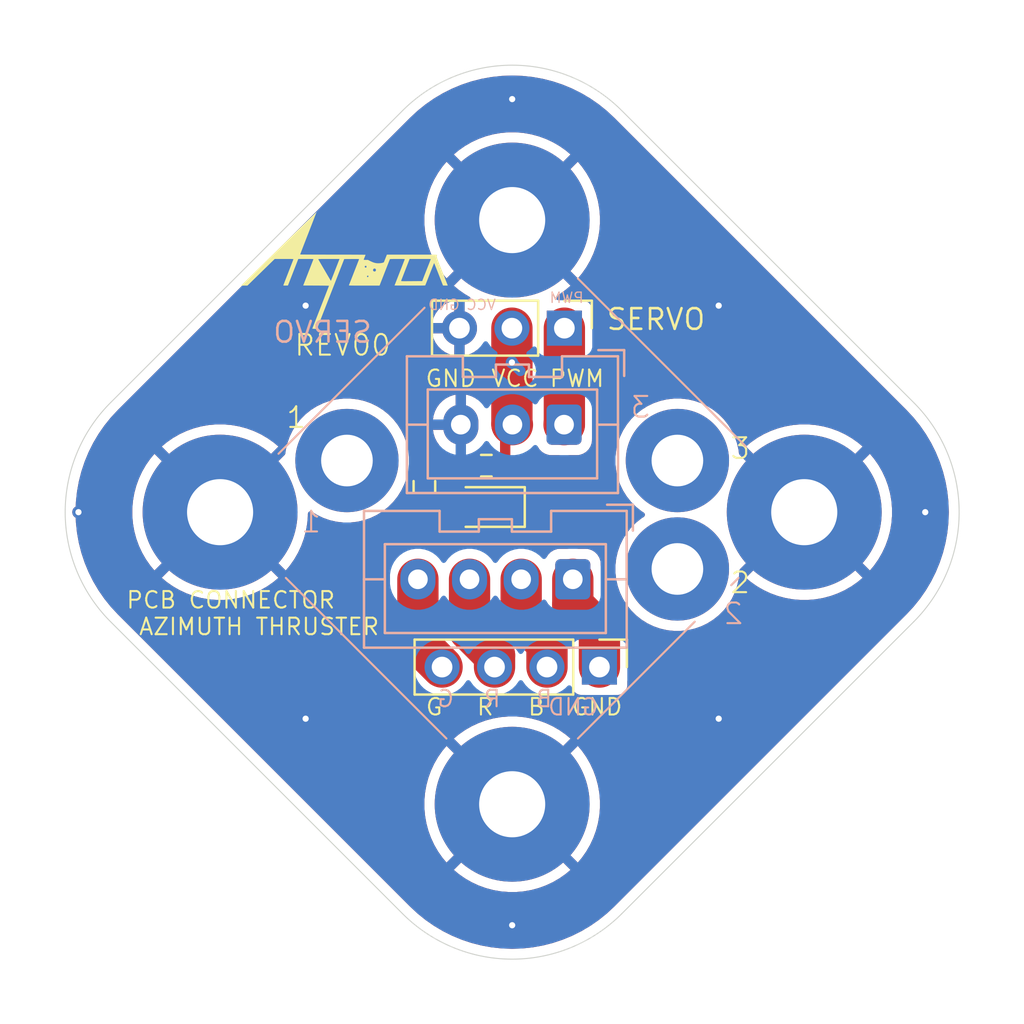
<source format=kicad_pcb>
(kicad_pcb (version 20241229) (generator "pcbnew") (generator_version "9.0")
  (layers (0 "F.Cu" signal) (2 "B.Cu" signal) (13 "F.Paste" user) (15 "B.Paste" user) (5 "F.SilkS" user "F.Silkscreen") (7 "B.SilkS" user "B.Silkscreen") (1 "F.Mask" user) (3 "B.Mask" user) (25 "Edge.Cuts" user))
  (net 0 "")
  (net 1 "Net-(SERVO1-Pin_1)")
  (net 2 "GND")
  (net 3 "Net-(SERVO_OK_OUTER1-A)")
  (net 7 "+7V")
  (net 8 "Net-(RGBLED1-Pin_1)")
  (net 9 "Net-(RGBLED1-Pin_4)")
  (net 10 "Net-(RGBLED1-Pin_2)")
  (net 11 "Net-(RGBLED1-Pin_3)")
  (footprint "specific_footprint_library:bldc_connector" (layer "F.Cu") (at 81.64465 65.006068)
    (property "Reference" "BLDC1" (hide yes))
    (property "Value" "~")
    (pad "1" thru_hole circle (at 0 0) (size 5 5) (drill 2.5) (layers "*.Cu" "*.Mask"))
  )
  (footprint "custom_M3_pad_library:MountingHole_3.2mm_M3_large_PAD_for_spacer" (layer "F.Cu") (at 89.64465 81.648188)
    (property "Reference" "H3" (hide yes))
    (property "Value" "MountingHole_Pad")
    (pad "1" thru_hole circle (at 0 0) (size 7.5 7.5) (drill 3.2) (layers "*.Cu" "F.Mask") (net 2 "GND"))
  )
  (footprint "LED_SMD:LED_0805_2012Metric_Pad1.15x1.40mm_HandSolder" (layer "F.Cu") (at 88.39465 67.256068 180)
    (property "Reference" "SERVO_OK_OUTER1" (hide yes))
    (property "Value" "GREEN")
    (fp_line (start 1 -0.96) (end -1.86 -0.96) (stroke (width 0.12)) (layer "F.SilkS"))
    (fp_line (start -1.86 0.96) (end 1 0.96) (stroke (width 0.12)) (layer "F.SilkS"))
    (fp_line (start -1.86 -0.96) (end -1.86 0.96) (stroke (width 0.12)) (layer "F.SilkS"))
    (pad "1" smd roundrect (at -1.025 0 180) (size 1.15 1.4) (layers "F.Cu" "F.Mask" "F.Paste") (roundrect_rratio 0.217391) (net 2 "GND"))
    (pad "2" smd roundrect (at 1.025 0 180) (size 1.15 1.4) (layers "F.Cu" "F.Mask" "F.Paste") (roundrect_rratio 0.217391) (net 3 "Net-(SERVO_OK_OUTER1-A)"))
  )
  (footprint "custom_M3_pad_library:MountingHole_3.2mm_M3_large_PAD_for_spacer" (layer "F.Cu") (at 75.50253 67.506068)
    (property "Reference" "H2" (hide yes))
    (property "Value" "MountingHole_Pad")
    (pad "1" thru_hole circle (at 0 0) (size 7.5 7.5) (drill 3.2) (layers "*.Cu" "F.Mask") (net 2 "GND"))
  )
  (footprint "specific_footprint_library:bldc_connector" (layer "F.Cu") (at 97.64465 70.256068)
    (property "Reference" "BLDC3" (hide yes))
    (property "Value" "~")
    (pad "1" thru_hole circle (at 0 0) (size 5 5) (drill 2.5) (layers "*.Cu" "*.Mask"))
  )
  (footprint "custom_M3_pad_library:MountingHole_3.2mm_M3_large_PAD_for_spacer" (layer "F.Cu") (at 103.78677 67.506068)
    (property "Reference" "H4" (hide yes))
    (property "Value" "MountingHole_Pad")
    (pad "1" thru_hole circle (at 0 0) (size 7.5 7.5) (drill 3.2) (layers "*.Cu" "F.Mask") (net 2 "GND"))
  )
  (footprint "Connector_PinHeader_2.54mm:PinHeader_1x03_P2.54mm_Vertical" (layer "F.Cu") (at 92.172085 58.597056 -90)
    (property "Reference" "SERVO2" (hide yes))
    (property "Value" "~")
    (fp_line (start -1.33 6.41) (end 1.33 6.41) (stroke (width 0.12)) (layer "F.SilkS"))
    (fp_line (start -1.33 1.27) (end -1.33 6.41) (stroke (width 0.12)) (layer "F.SilkS"))
    (fp_line (start -1.33 1.27) (end 1.33 1.27) (stroke (width 0.12)) (layer "F.SilkS"))
    (fp_line (start 1.33 1.27) (end 1.33 6.41) (stroke (width 0.12)) (layer "F.SilkS"))
    (fp_line (start -1.33 0) (end -1.33 -1.33) (stroke (width 0.12)) (layer "F.SilkS"))
    (fp_line (start -1.33 -1.33) (end 0 -1.33) (stroke (width 0.12)) (layer "F.SilkS"))
    (pad "1" thru_hole rect (at 0 0 270) (size 1.7 1.7) (drill 1) (layers "*.Cu" "*.Mask") (net 1 "Net-(SERVO1-Pin_1)"))
    (pad "2" thru_hole oval (at 0 2.54 270) (size 1.7 1.7) (drill 1) (layers "*.Cu" "*.Mask") (net 7 "+7V"))
    (pad "3" thru_hole oval (at 0 5.08 270) (size 1.7 1.7) (drill 1) (layers "*.Cu" "*.Mask") (net 2 "GND"))
  )
  (footprint "custom_M3_pad_library:MountingHole_3.2mm_M3_large_PAD_for_spacer" (layer "F.Cu") (at 89.64465 53.363948)
    (property "Reference" "H1" (hide yes))
    (property "Value" "MountingHole_Pad")
    (pad "1" thru_hole circle (at 0 0) (size 7.5 7.5) (drill 3.2) (layers "*.Cu" "F.Mask") (net 2 "GND"))
  )
  (footprint "specific_footprint_library:bldc_connector" (layer "F.Cu") (at 97.64465 65.006068)
    (property "Reference" "BLDC2" (hide yes))
    (property "Value" "~")
    (pad "1" thru_hole circle (at 0 0) (size 5 5) (drill 2.5) (layers "*.Cu" "*.Mask"))
  )
  (footprint "Resistor_SMD:R_0603_1608Metric_Pad0.98x0.95mm_HandSolder" (layer "F.Cu") (at 85.39465 66.256068 -90)
    (property "Reference" "R4" (hide yes))
    (property "Value" "2.2k")
    (fp_line (start -0.254724 0.5225) (end 0.254724 0.5225) (stroke (width 0.12)) (layer "F.SilkS"))
    (fp_line (start -0.254724 -0.5225) (end 0.254724 -0.5225) (stroke (width 0.12)) (layer "F.SilkS"))
    (pad "1" smd roundrect (at -0.9125 0 270) (size 0.975 0.95) (layers "F.Cu" "F.Mask" "F.Paste") (net 3 "Net-(SERVO_OK_OUTER1-A)"))
    (pad "2" smd roundrect (at 0.9125 0 270) (size 0.975 0.95) (layers "F.Cu" "F.Mask" "F.Paste") (net 2 "GND"))
  )
  (footprint "Resistor_SMD:R_0603_1608Metric_Pad0.98x0.95mm_HandSolder" (layer "F.Cu") (at 88.39465 65.256068 180)
    (property "Reference" "R2" (hide yes))
    (property "Value" "1k" (hide yes))
    (fp_line (start -0.254724 0.5225) (end 0.254724 0.5225) (stroke (width 0.12)) (layer "F.SilkS"))
    (fp_line (start -0.254724 -0.5225) (end 0.254724 -0.5225) (stroke (width 0.12)) (layer "F.SilkS"))
    (pad "1" smd roundrect (at -0.9125 0 180) (size 0.975 0.95) (layers "F.Cu" "F.Mask" "F.Paste") (net 7 "+7V"))
    (pad "2" smd roundrect (at 0.9125 0 180) (size 0.975 0.95) (layers "F.Cu" "F.Mask" "F.Paste") (net 3 "Net-(SERVO_OK_OUTER1-A)"))
  )
  (footprint "Connector_PinHeader_2.54mm:PinHeader_1x04_P2.54mm_Vertical" (layer "F.Cu") (at 93.870309 75.006068 -90)
    (property "Reference" "RGBLED2" (hide yes))
    (property "Value" "Conn_01x04_Pin")
    (fp_line (start -1.33 8.95) (end 1.33 8.95) (stroke (width 0.12)) (layer "F.SilkS"))
    (fp_line (start -1.33 1.27) (end -1.33 8.95) (stroke (width 0.12)) (layer "F.SilkS"))
    (fp_line (start -1.33 1.27) (end 1.33 1.27) (stroke (width 0.12)) (layer "F.SilkS"))
    (fp_line (start 1.33 1.27) (end 1.33 8.95) (stroke (width 0.12)) (layer "F.SilkS"))
    (fp_line (start -1.33 0) (end -1.33 -1.33) (stroke (width 0.12)) (layer "F.SilkS"))
    (fp_line (start -1.33 -1.33) (end 0 -1.33) (stroke (width 0.12)) (layer "F.SilkS"))
    (pad "1" thru_hole rect (at 0 0 270) (size 1.7 1.7) (drill 1) (layers "*.Cu" "*.Mask") (net 8 "Net-(RGBLED1-Pin_1)"))
    (pad "2" thru_hole oval (at 0 2.54 270) (size 1.7 1.7) (drill 1) (layers "*.Cu" "*.Mask") (net 10 "Net-(RGBLED1-Pin_2)"))
    (pad "3" thru_hole oval (at 0 5.08 270) (size 1.7 1.7) (drill 1) (layers "*.Cu" "*.Mask") (net 11 "Net-(RGBLED1-Pin_3)"))
    (pad "4" thru_hole oval (at 0 7.62 270) (size 1.7 1.7) (drill 1) (layers "*.Cu" "*.Mask") (net 9 "Net-(RGBLED1-Pin_4)"))
  )
  (footprint "aqua_rogo:aqua_rogo" (layer "F.Cu") (at 81.39465 55.756068)
    (property "Reference" "G***" (hide yes))
    (property "Value" "LOGO" (hide yes))
    (fp_poly (pts (xy -1.227114 -2.768369) (xy -1.236997 -2.74129) (xy -1.253263 -2.69798) (xy -1.27545 -2.639639) (xy -1.303095 -2.567463) (xy -1.335737 -2.482651) (xy -1.372914 -2.3864) (xy -1.414163 -2.27991) (xy -1.459023 -2.164376) (xy -1.507031 -2.040998) (xy -1.557726 -1.910973) (xy -1.610644 -1.7755) (xy -1.618788 -1.754674) (xy -1.67202 -1.618406) (xy -1.723097 -1.48735) (xy -1.771555 -1.362708) (xy -1.816932 -1.245684) (xy -1.858767 -1.137482) (xy -1.896595 -1.039304) (xy -1.929955 -0.952354) (xy -1.958383 -0.877835) (xy -1.981419 -0.816951) (xy -1.998598 -0.770904) (xy -2.009458 -0.740898) (xy -2.013537 -0.728136) (xy -2.013537 -0.727787) (xy -2.003268 -0.72695) (xy -1.97406 -0.72614) (xy -1.926982 -0.725361) (xy -1.863105 -0.724618) (xy -1.783496 -0.723916) (xy -1.689226 -0.723261) (xy -1.581364 -0.722658) (xy -1.460978 -0.722111) (xy -1.329139 -0.721626) (xy -1.186915 -0.721207) (xy -1.035376 -0.72086) (xy -0.87559 -0.72059) (xy -0.708628 -0.720402) (xy -0.535558 -0.720301) (xy -0.42958 -0.720284) (xy -0.25344 -0.720235) (xy -0.082813 -0.72009) (xy 0.081237 -0.719856) (xy 0.237643 -0.719537) (xy 0.38534 -0.719139) (xy 0.523263 -0.718668) (xy 0.650345 -0.718128) (xy 0.765521 -0.717525) (xy 0.867724 -0.716864) (xy 0.955891 -0.716151) (xy 1.028954 -0.715391) (xy 1.085847 -0.714589) (xy 1.125506 -0.713751) (xy 1.146865 -0.712883) (xy 1.150452 -0.712347) (xy 1.146915 -0.70047) (xy 1.13728 -0.673981) (xy 1.123017 -0.636789) (xy 1.105592 -0.592806) (xy 1.105435 -0.592414) (xy 1.087994 -0.548426) (xy 1.0737 -0.511235) (xy 1.064019 -0.484738) (xy 1.060417 -0.472832) (xy 1.060417 -0.472801) (xy 1.069723 -0.469606) (xy 1.094852 -0.466995) (xy 1.131622 -0.465293) (xy 1.162957 -0.464815) (xy 1.265498 -0.464446) (xy 1.390547 -0.402559) (xy 1.478714 -0.361764) (xy 1.556764 -0.332553) (xy 1.629934 -0.313683) (xy 1.703463 -0.303912) (xy 1.782589 -0.301996) (xy 1.810712 -0.302871) (xy 1.890188 -0.308697) (xy 1.951473 -0.318774) (xy 1.980779 -0.327183) (xy 2.035801 -0.346625) (xy 2.109977 -0.533454) (xy 2.184154 -0.720284) (xy 3.404057 -0.720284) (xy 3.585813 -0.720274) (xy 3.748597 -0.720232) (xy 3.893442 -0.720144) (xy 4.021385 -0.719994) (xy 4.133459 -0.719769) (xy 4.2307 -0.719453) (xy 4.314144 -0.719031) (xy 4.384823 -0.718488) (xy 4.443775 -0.71781) (xy 4.492034 -0.71698) (xy 4.530634 -0.715985) (xy 4.56061 -0.71481) (xy 4.582998 -0.713438) (xy 4.598833 -0.711857) (xy 4.609149 -0.71005) (xy 4.614981 -0.708003) (xy 4.617365 -0.7057) (xy 4.617335 -0.703127) (xy 4.61721 -0.702777) (xy 4.61046 -0.68193) (xy 4.602257 -0.652385) (xy 4.600435 -0.645255) (xy 4.598772 -0.63706) (xy 4.59817 -0.627839) (xy 4.599103 -0.616256) (xy 4.602048 -0.60098) (xy 4.607478 -0.580678) (xy 4.615869 -0.554018) (xy 4.627695 -0.519665) (xy 4.643433 -0.476288) (xy 4.663556 -0.422554) (xy 4.68854 -0.35713) (xy 4.71886 -0.278683) (xy 4.754991 -0.18588) (xy 4.797407 -0.077389) (xy 4.846584 0.048123) (xy 4.857132 0.075029) (xy 4.900705 0.186153) (xy 4.942207 0.291977) (xy 4.981049 0.391004) (xy 5.016646 0.48174) (xy 5.048409 0.562688) (xy 5.075753 0.632351) (xy 5.098089 0.689235) (xy 5.114831 0.731843) (xy 5.125391 0.758679) (xy 5.129133 0.76813) (xy 5.127369 0.773688) (xy 5.114843 0.777153) (xy 5.088951 0.778758) (xy 5.047089 0.778734) (xy 5.01723 0.778133) (xy 4.900047 0.775305) (xy 4.688404 0.232625) (xy 4.649826 0.133936) (xy 4.613334 0.041029) (xy 4.579582 -0.04446) (xy 4.549226 -0.120893) (xy 4.52292 -0.186632) (xy 4.501319 -0.240041) (xy 4.485077 -0.279482) (xy 4.474849 -0.303319) (xy 4.471361 -0.310089) (xy 4.466839 -0.301044) (xy 4.45574 -0.274995) (xy 4.438725 -0.233593) (xy 4.416454 -0.178487) (xy 4.389588 -0.111326) (xy 4.358788 -0.033761) (xy 4.324713 0.052558) (xy 4.288024 0.145983) (xy 4.257487 0.224084) (xy 4.219091 0.322364) (xy 4.182748 0.415174) (xy 4.149129 0.500821) (xy 4.118901 0.577609) (xy 4.092735 0.643844) (xy 4.071299 0.697831) (xy 4.055263 0.737875) (xy 4.045296 0.762282) (xy 4.042171 0.769363) (xy 4.034229 0.771618) (xy 4.012901 0.773536) (xy 3.977441 0.775126) (xy 3.927101 0.776397) (xy 3.861134 0.777357) (xy 3.778791 0.778014) (xy 3.679325 0.778377) (xy 3.561989 0.778455) (xy 3.426035 0.778255) (xy 3.294142 0.77787) (xy 2.552956 0.775305) (xy 2.639559 0.553507) (xy 2.873762 0.553507) (xy 2.875704 0.556989) (xy 2.881677 0.559832) (xy 2.893277 0.562082) (xy 2.912097 0.563787) (xy 2.939731 0.564994) (xy 2.977772 0.565751) (xy 3.027815 0.566105) (xy 3.091453 0.566102) (xy 3.170281 0.565791) (xy 3.265892 0.565219) (xy 3.379881 0.564432) (xy 3.382685 0.564412) (xy 3.896008 0.560765) (xy 3.915259 0.507972) (xy 3.926013 0.479261) (xy 3.94345 0.433704) (xy 3.966887 0.373053) (xy 3.995637 0.299063) (xy 4.029017 0.21349) (xy 4.066341 0.118086) (xy 4.106925 0.014607) (xy 4.150083 -0.095193) (xy 4.195133 -0.209559) (xy 4.211078 -0.249983) (xy 4.237428 -0.316848) (xy 4.261199 -0.377348) (xy 4.281452 -0.429073) (xy 4.297244 -0.46961) (xy 4.307632 -0.496549) (xy 4.311676 -0.507477) (xy 4.311697 -0.507584) (xy 4.302005 -0.50809) (xy 4.274174 -0.508564) (xy 4.230076 -0.508996) (xy 4.171579 -0.509377) (xy 4.100555 -0.509697) (xy 4.018871 -0.509946) (xy 3.9284 -0.510116) (xy 3.831009 -0.510196) (xy 3.798459 -0.510201) (xy 3.285222 -0.510201) (xy 3.082188 0.010208) (xy 3.044293 0.107447) (xy 3.008525 0.199437) (xy 2.975558 0.284429) (xy 2.946068 0.360674) (xy 2.920729 0.42642) (xy 2.900216 0.479919) (xy 2.885205 0.519421) (xy 2.876369 0.543175) (xy 2.874258 0.549338) (xy 2.873762 0.553507) (xy 2.639559 0.553507) (xy 2.79709 0.150058) (xy 2.838713 0.043414) (xy 2.878266 -0.058009) (xy 2.915132 -0.15263) (xy 2.9487 -0.238868) (xy 2.978353 -0.315143) (xy 3.003479 -0.379876) (xy 3.023463 -0.431486) (xy 3.037691 -0.468393) (xy 3.045549 -0.489017) (xy 3.046886 -0.492695) (xy 3.04737 -0.497288) (xy 3.044293 -0.501002) (xy 3.035773 -0.503929) (xy 3.019931 -0.506162) (xy 2.994887 -0.507795) (xy 2.958761 -0.508919) (xy 2.909671 -0.509629) (xy 2.845739 -0.510017) (xy 2.765084 -0.510176) (xy 2.692803 -0.510201) (xy 2.593594 -0.510048) (xy 2.512827 -0.509553) (xy 2.448938 -0.508662) (xy 2.400364 -0.507322) (xy 2.365541 -0.505479) (xy 2.342905 -0.503079) (xy 2.330893 -0.500069) (xy 2.328015 -0.497697) (xy 2.321575 -0.481437) (xy 2.308661 -0.448587) (xy 2.290048 -0.401128) (xy 2.266508 -0.34104) (xy 2.238818 -0.270304) (xy 2.207749 -0.1909) (xy 2.174078 -0.10481) (xy 2.138577 -0.014015) (xy 2.10202 0.079506) (xy 2.065183 0.17377) (xy 2.028839 0.266798) (xy 1.993761 0.356608) (xy 1.960725 0.441221) (xy 1.930504 0.518654) (xy 1.903872 0.586927) (xy 1.881604 0.64406) (xy 1.864473 0.688071) (xy 1.853254 0.716981) (xy 1.849099 0.727786) (xy 1.829283 0.780307) (xy 1.083638 0.780307) (xy 0.938787 0.780245) (xy 0.81282 0.780048) (xy 0.704613 0.779696) (xy 0.613042 0.779171) (xy 0.536982 0.778454) (xy 0.47531 0.777524) (xy 0.426901 0.776365) (xy 0.390633 0.774955) (xy 0.36538 0.773278) (xy 0.350019 0.771313) (xy 0.343426 0.769041) (xy 0.343059 0.767802) (xy 0.347261 0.757109) (xy 0.358012 0.729652) (xy 0.374582 0.687301) (xy 0.396239 0.631926) (xy 0.422253 0.5654) (xy 0.451891 0.489593) (xy 0.484422 0.406376) (xy 0.512728 0.333961) (xy 1.22048 0.333961) (xy 1.224755 0.358625) (xy 1.240167 0.368393) (xy 1.260121 0.368103) (xy 1.278972 0.361612) (xy 1.287197 0.343968) (xy 1.288543 0.333937) (xy 1.287523 0.310074) (xy 1.27649 0.299018) (xy 1.272457 0.297731) (xy 1.245092 0.298592) (xy 1.225963 0.313943) (xy 1.22048 0.333961) (xy 0.512728 0.333961) (xy 0.519116 0.317619) (xy 0.555241 0.225195) (xy 0.592065 0.130974) (xy 0.628011 0.038998) (xy 1.511462 0.038998) (xy 1.52626 0.069197) (xy 1.536953 0.079305) (xy 1.572292 0.097448) (xy 1.606676 0.095633) (xy 1.631534 0.08132) (xy 1.649788 0.057224) (xy 1.654651 0.026155) (xy 1.648289 -0.01022) (xy 1.627785 -0.033574) (xy 1.593656 -0.045913) (xy 1.567766 -0.047203) (xy 1.546576 -0.03611) (xy 1.536267 -0.026583) (xy 1.514789 0.005753) (xy 1.511462 0.038998) (xy 0.628011 0.038998) (xy 0.628859 0.036828) (xy 0.664889 -0.055374) (xy 0.696327 -0.13583) (xy 1.110437 -0.13583) (xy 1.118198 -0.10807) (xy 1.14039 -0.093536) (xy 1.165409 -0.092086) (xy 1.184749 -0.095783) (xy 1.193318 -0.105855) (xy 1.195439 -0.128481) (xy 1.19547 -0.135054) (xy 1.194027 -0.161037) (xy 1.187013 -0.173264) (xy 1.170405 -0.177923) (xy 1.167354 -0.178293) (xy 1.135549 -0.174825) (xy 1.115649 -0.157585) (xy 1.110437 -0.13583) (xy 0.696327 -0.13583) (xy 0.699426 -0.14376) (xy 0.731738 -0.226458) (xy 0.761093 -0.301598) (xy 0.786761 -0.367309) (xy 0.808009 -0.42172) (xy 0.824108 -0.462959) (xy 0.834325 -0.489156) (xy 0.837695 -0.497822) (xy 0.83532 -0.50121) (xy 0.824231 -0.503898) (xy 0.802826 -0.505932) (xy 0.769501 -0.507357) (xy 0.722652 -0.508217) (xy 0.660678 -0.508558) (xy 0.581973 -0.508423) (xy 0.484937 -0.507859) (xy 0.480364 -0.507826) (xy 0.11816 -0.505199) (xy -0.542813 1.187967) (xy -1.203786 2.881134) (xy -1.239644 2.879299) (xy -1.267638 2.877635) (xy -1.307243 2.874998) (xy -1.350119 2.871945) (xy -1.352132 2.871796) (xy -1.428761 2.866128) (xy -1.024518 1.83072) (xy -0.970906 1.693336) (xy -0.919376 1.561159) (xy -0.870391 1.435386) (xy -0.824414 1.317209) (xy -0.781909 1.207825) (xy -0.743338 1.108427) (xy -0.709165 1.02021) (xy -0.679852 0.944369) (xy -0.655862 0.882098) (xy -0.63766 0.834592) (xy -0.625707 0.803045) (xy -0.620467 0.788653) (xy -0.62026 0.787885) (xy -0.629979 0.786539) (xy -0.65801 0.785191) (xy -0.702658 0.783868) (xy -0.762228 0.782596) (xy -0.835024 0.781404) (xy -0.919351 0.780317) (xy -1.013514 0.779364) (xy -1.115817 0.778572) (xy -1.224565 0.777967) (xy -1.244534 0.777881) (xy -1.868823 0.775305) (xy -1.624622 0.150058) (xy -1.582988 0.043416) (xy -1.543428 -0.058005) (xy -1.506555 -0.152624) (xy -1.472984 -0.238861) (xy -1.443328 -0.315136) (xy -1.418201 -0.379869) (xy -1.398218 -0.431479) (xy -1.383994 -0.468388) (xy -1.376141 -0.489015) (xy -1.374806 -0.492695) (xy -1.374514 -0.495549) (xy -1.136594 -0.495549) (xy -1.13598 -0.492976) (xy -1.129815 -0.481324) (xy -1.114472 -0.454033) (xy -1.090887 -0.412728) (xy -1.059999 -0.359031) (xy -1.022746 -0.294567) (xy -0.980064 -0.220959) (xy -0.932892 -0.139831) (xy -0.882167 -0.052806) (xy -0.848572 0.00472) (xy -0.78388 0.115413) (xy -0.728546 0.210077) (xy -0.681832 0.289955) (xy -0.642996 0.35629) (xy -0.611299 0.410326) (xy -0.586002 0.453305) (xy -0.566365 0.486472) (xy -0.551647 0.511069) (xy -0.54111 0.528339) (xy -0.534013 0.539527) (xy -0.529617 0.545874) (xy -0.527181 0.548625) (xy -0.525967 0.549023) (xy -0.525235 0.548311) (xy -0.525173 0.548241) (xy -0.521113 0.538612) (xy -0.510481 0.512093) (xy -0.493969 0.470436) (xy -0.472266 0.415396) (xy -0.446062 0.348727) (xy -0.416046 0.272181) (xy -0.38291 0.187512) (xy -0.347341 0.096475) (xy -0.335067 0.065025) (xy -0.298171 -0.029535) (xy -0.262956 -0.11977) (xy -0.230195 -0.203705) (xy -0.200657 -0.279366) (xy -0.175115 -0.344777) (xy -0.15434 -0.397963) (xy -0.139102 -0.436949) (xy -0.130173 -0.45976) (xy -0.129026 -0.462683) (xy -0.110336 -0.510201) (xy -0.626463 -0.510201) (xy -0.741394 -0.510169) (xy -0.837892 -0.510036) (xy -0.91753 -0.50975) (xy -0.981883 -0.509257) (xy -1.032525 -0.508505) (xy -1.07103 -0.507439) (xy -1.098972 -0.506006) (xy -1.117925 -0.504155) (xy -1.129464 -0.50183) (xy -1.135162 -0.498979) (xy -1.136594 -0.495549) (xy -1.374514 -0.495549) (xy -1.374341 -0.497239) (xy -1.377396 -0.50092) (xy -1.38583 -0.503827) (xy -1.401503 -0.506048) (xy -1.426275 -0.507671) (xy -1.462003 -0.508785) (xy -1.510549 -0.509478) (xy -1.573772 -0.509838) (xy -1.65353 -0.509954) (xy -1.737511 -0.509925) (xy -2.10583 -0.509648) (xy -2.355974 0.132828) (xy -2.606118 0.775305) (xy -2.718616 0.778133) (xy -2.770442 0.778583) (xy -2.80751 0.777075) (xy -2.827813 0.773736) (xy -2.831115 0.771004) (xy -2.827563 0.760213) (xy -2.817309 0.732358) (xy -2.800952 0.689003) (xy -2.779095 0.631712) (xy -2.752339 0.562048) (xy -2.721285 0.481576) (xy -2.686535 0.391858) (xy -2.648689 0.294458) (xy -2.608349 0.190941) (xy -2.589601 0.14293) (xy -2.548208 0.036912) (xy -2.508915 -0.063881) (xy -2.472337 -0.15786) (xy -2.439091 -0.243435) (xy -2.409791 -0.319017) (xy -2.385054 -0.383016) (xy -2.365496 -0.433844) (xy -2.351733 -0.46991) (xy -2.34438 -0.489625) (xy -2.343338 -0.492695) (xy -2.34316 -0.496828) (xy -2.346196 -0.500256) (xy -2.354129 -0.503044) (xy -2.368644 -0.505259) (xy -2.391424 -0.506965) (xy -2.424154 -0.508228) (xy -2.468518 -0.509115) (xy -2.5262 -0.50969) (xy -2.598884 -0.510019) (xy -2.688255 -0.510167) (xy -2.792739 -0.510201) (xy -3.24689 -0.510201) (xy -3.906844 0.134551) (xy -4.566799 0.779303) (xy -4.721804 0.779805) (xy -4.876809 0.780307) (xy -4.766822 0.671338) (xy -4.729775 0.634756) (xy -4.680829 0.586616) (xy -4.620724 0.527641) (xy -4.550201 0.45855) (xy -4.47 0.380067) (xy -4.380863 0.292912) (xy -4.28353 0.197805) (xy -4.178741 0.095469) (xy -4.067239 -0.013376) (xy -3.949762 -0.128007) (xy -3.827053 -0.247705) (xy -3.699851 -0.371748) (xy -3.568898 -0.499414) (xy -3.434934 -0.629983) (xy -3.298701 -0.762732) (xy -3.160938 -0.896942) (xy -3.022387 -1.03189) (xy -2.883788 -1.166856) (xy -2.745882 -1.301118) (xy -2.60941 -1.433955) (xy -2.475112 -1.564646) (xy -2.34373 -1.692469) (xy -2.216004 -1.816704) (xy -2.092674 -1.936629) (xy -1.974482 -2.051522) (xy -1.862169 -2.160664) (xy -1.756474 -2.263331) (xy -1.65814 -2.358805) (xy -1.567906 -2.446362) (xy -1.486513 -2.525282) (xy -1.414702 -2.594843) (xy -1.353214 -2.654325) (xy -1.302789 -2.703006) (xy -1.264169 -2.740165) (xy -1.238094 -2.76508) (xy -1.225305 -2.777031) (xy -1.224076 -2.778021)) (fill yes) (layer "F.SilkS"))
  )
  (footprint "Connector_JST:JST_XA_B04B-XASK-1_1x04_P2.50mm_Vertical" (layer "B.Cu") (at 92.580309 70.756068 180)
    (property "Reference" "RGBLED1" (hide yes))
    (property "Value" "Conn_01x04_Pin")
    (fp_line (start 10.11 3.31) (end 6.45 3.31) (stroke (width 0.12)) (layer "B.SilkS"))
    (fp_line (start 10.11 0) (end 9.1 0) (stroke (width 0.12)) (layer "B.SilkS"))
    (fp_line (start 10.11 -3.31) (end 10.11 3.31) (stroke (width 0.12)) (layer "B.SilkS"))
    (fp_line (start 9.1 1.7) (end -1.6 1.7) (stroke (width 0.12)) (layer "B.SilkS"))
    (fp_line (start 9.1 -2.6) (end 9.1 1.7) (stroke (width 0.12)) (layer "B.SilkS"))
    (fp_line (start 6.45 3.31) (end 6.45 2.31) (stroke (width 0.12)) (layer "B.SilkS"))
    (fp_line (start 6.45 2.31) (end 4.55 2.31) (stroke (width 0.12)) (layer "B.SilkS"))
    (fp_line (start 4.55 2.91) (end 2.95 2.91) (stroke (width 0.12)) (layer "B.SilkS"))
    (fp_line (start 4.55 2.31) (end 4.55 2.91) (stroke (width 0.12)) (layer "B.SilkS"))
    (fp_line (start 2.95 2.91) (end 2.95 2.31) (stroke (width 0.12)) (layer "B.SilkS"))
    (fp_line (start 2.95 2.31) (end 1.05 2.31) (stroke (width 0.12)) (layer "B.SilkS"))
    (fp_line (start 1.05 3.31) (end -2.61 3.31) (stroke (width 0.12)) (layer "B.SilkS"))
    (fp_line (start 1.05 2.31) (end 1.05 3.31) (stroke (width 0.12)) (layer "B.SilkS"))
    (fp_line (start -1.6 1.7) (end -1.6 -2.6) (stroke (width 0.12)) (layer "B.SilkS"))
    (fp_line (start -1.6 -2.6) (end 9.1 -2.6) (stroke (width 0.12)) (layer "B.SilkS"))
    (fp_line (start -1.66 3.61) (end -2.91 3.61) (stroke (width 0.12)) (layer "B.SilkS"))
    (fp_line (start -2.61 3.31) (end -2.61 -3.31) (stroke (width 0.12)) (layer "B.SilkS"))
    (fp_line (start -2.61 0) (end -1.6 0) (stroke (width 0.12)) (layer "B.SilkS"))
    (fp_line (start -2.61 -3.31) (end 10.11 -3.31) (stroke (width 0.12)) (layer "B.SilkS"))
    (fp_line (start -2.91 3.61) (end -2.91 2.36) (stroke (width 0.12)) (layer "B.SilkS"))
    (pad "1" thru_hole roundrect (at 0 0 180) (size 1.7 1.95) (drill 0.95) (layers "*.Cu" "*.Mask") (roundrect_rratio 0.147059) (net 8 "Net-(RGBLED1-Pin_1)"))
    (pad "2" thru_hole oval (at 2.5 0 180) (size 1.7 1.95) (drill 0.95) (layers "*.Cu" "*.Mask") (net 10 "Net-(RGBLED1-Pin_2)"))
    (pad "3" thru_hole oval (at 5 0 180) (size 1.7 1.95) (drill 0.95) (layers "*.Cu" "*.Mask") (net 11 "Net-(RGBLED1-Pin_3)"))
    (pad "4" thru_hole oval (at 7.5 0 180) (size 1.7 1.95) (drill 0.95) (layers "*.Cu" "*.Mask") (net 9 "Net-(RGBLED1-Pin_4)"))
  )
  (footprint "Connector_JST:JST_XA_B03B-XASK-1_1x03_P2.50mm_Vertical" (layer "B.Cu") (at 92.157214 63.268632 180)
    (property "Reference" "SERVO1" (hide yes))
    (property "Value" "~")
    (fp_line (start 7.61 3.31) (end 4.9 3.31) (stroke (width 0.12)) (layer "B.SilkS"))
    (fp_line (start 7.61 0) (end 6.6 0) (stroke (width 0.12)) (layer "B.SilkS"))
    (fp_line (start 7.61 -3.31) (end 7.61 3.31) (stroke (width 0.12)) (layer "B.SilkS"))
    (fp_line (start 6.6 1.7) (end -1.6 1.7) (stroke (width 0.12)) (layer "B.SilkS"))
    (fp_line (start 6.6 -2.6) (end 6.6 1.7) (stroke (width 0.12)) (layer "B.SilkS"))
    (fp_line (start 4.9 3.31) (end 4.9 2.31) (stroke (width 0.12)) (layer "B.SilkS"))
    (fp_line (start 4.9 2.31) (end 3.3 2.31) (stroke (width 0.12)) (layer "B.SilkS"))
    (fp_line (start 3.3 2.91) (end 1.7 2.91) (stroke (width 0.12)) (layer "B.SilkS"))
    (fp_line (start 3.3 2.31) (end 3.3 2.91) (stroke (width 0.12)) (layer "B.SilkS"))
    (fp_line (start 1.7 2.91) (end 1.7 2.31) (stroke (width 0.12)) (layer "B.SilkS"))
    (fp_line (start 1.7 2.31) (end 0.1 2.31) (stroke (width 0.12)) (layer "B.SilkS"))
    (fp_line (start 0.1 3.31) (end -2.61 3.31) (stroke (width 0.12)) (layer "B.SilkS"))
    (fp_line (start 0.1 2.31) (end 0.1 3.31) (stroke (width 0.12)) (layer "B.SilkS"))
    (fp_line (start -1.6 1.7) (end -1.6 -2.6) (stroke (width 0.12)) (layer "B.SilkS"))
    (fp_line (start -1.6 -2.6) (end 6.6 -2.6) (stroke (width 0.12)) (layer "B.SilkS"))
    (fp_line (start -1.66 3.61) (end -2.91 3.61) (stroke (width 0.12)) (layer "B.SilkS"))
    (fp_line (start -2.61 3.31) (end -2.61 -3.31) (stroke (width 0.12)) (layer "B.SilkS"))
    (fp_line (start -2.61 0) (end -1.6 0) (stroke (width 0.12)) (layer "B.SilkS"))
    (fp_line (start -2.61 -3.31) (end 7.61 -3.31) (stroke (width 0.12)) (layer "B.SilkS"))
    (fp_line (start -2.91 3.61) (end -2.91 2.36) (stroke (width 0.12)) (layer "B.SilkS"))
    (pad "1" thru_hole roundrect (at 0 0 180) (size 1.7 1.95) (drill 0.95) (layers "*.Cu" "*.Mask") (roundrect_rratio 0.147059) (net 1 "Net-(SERVO1-Pin_1)"))
    (pad "2" thru_hole oval (at 2.5 0 180) (size 1.7 1.95) (drill 0.95) (layers "*.Cu" "*.Mask") (net 7 "+7V"))
    (pad "3" thru_hole oval (at 5 0 180) (size 1.7 1.95) (drill 0.95) (layers "*.Cu" "*.Mask") (net 2 "GND"))
  )
  (gr_line (start 86.462673 78.466211) (end 78.684507 70.688045) (stroke (width 0.1)) (layer "B.SilkS"))
  (gr_line (start 100.958346 64.324091) (end 92.826627 56.192372) (stroke (width 0.1)) (layer "B.SilkS"))
  (gr_line (start 78.330954 64.677644) (end 85.402014 57.606584) (stroke (width 0.1)) (layer "B.SilkS"))
  (gr_line (start 100.604793 70.688045) (end 100.25124 71.041598) (stroke (width 0.1)) (layer "B.SilkS"))
  (gr_line (start 98.483475 72.809363) (end 92.826627 78.466211) (stroke (width 0.1)) (layer "B.SilkS"))
  (gr_line (start 109.090064 62.202773) (end 94.947945 48.060655) (stroke (width 0.05)) (layer "Edge.Cuts"))
  (gr_arc (start 84.341355 48.060653) (mid 89.64465 45.863956) (end 94.947945 48.060653) (stroke (width 0.05)) (layer "Edge.Cuts"))
  (gr_arc (start 70.199235 72.809363) (mid 68.002538 67.506068) (end 70.199235 62.202773) (stroke (width 0.05)) (layer "Edge.Cuts"))
  (gr_line (start 84.341355 48.060655) (end 70.199235 62.202773) (stroke (width 0.05)) (layer "Edge.Cuts"))
  (gr_line (start 70.199236 72.809363) (end 84.341355 86.951481) (stroke (width 0.05)) (layer "Edge.Cuts"))
  (gr_arc (start 94.947945 86.951483) (mid 89.64465 89.14818) (end 84.341355 86.951483) (stroke (width 0.05)) (layer "Edge.Cuts"))
  (gr_line (start 94.947944 86.951483) (end 109.090068 72.809363) (stroke (width 0.05)) (layer "Edge.Cuts"))
  (gr_arc (start 109.090065 62.202773) (mid 111.286762 67.506068) (end 109.090065 72.809363) (stroke (width 0.05)) (layer "Edge.Cuts"))
  (gr_text "2" (at 100.14465 71.506068 0) (layer "F.SilkS") (effects (font (size 1 1) (thickness 0.1)) (justify left bottom)))
  (gr_text "G" (at 85.402014 77.405552 0) (layer "F.SilkS") (effects (font (size 0.8 0.8) (thickness 0.1)) (justify left bottom)))
  (gr_text "B" (at 90.351756 77.405552 0) (layer "F.SilkS") (effects (font (size 0.8 0.8) (thickness 0.1)) (justify left bottom)))
  (gr_text "SERVO" (at 94.14465 58.756068 0) (layer "F.SilkS") (effects (font (size 1 1) (thickness 0.125)) (justify left bottom)))
  (gr_text "R" (at 87.876885 77.405552 0) (layer "F.SilkS") (effects (font (size 0.8 0.8) (thickness 0.1)) (justify left bottom)))
  (gr_text "1" (at 78.64465 63.506068 0) (layer "F.SilkS") (effects (font (size 1 1) (thickness 0.1)) (justify left bottom)))
  (gr_text "3" (at 100.14465 65.006068 0) (layer "F.SilkS") (effects (font (size 1 1) (thickness 0.1)) (justify left bottom)))
  (gr_text "REV00" (at 79.03806 60.006068 0) (layer "F.SilkS") (effects (font (size 1 1) (thickness 0.1)) (justify left bottom)))
  (gr_text "PCB CONNECTOR\n AZIMUTH THRUSTER" (at 70.906341 73.516469 0) (layer "F.SilkS") (effects (font (size 0.8 0.8) (thickness 0.1)) (justify left bottom)))
  (gr_text "GND" (at 92.473074 77.405552 0) (layer "F.SilkS") (effects (font (size 0.8 0.8) (thickness 0.1)) (justify left bottom)))
  (gr_text "PWM" (at 91.39985 61.500867 0) (layer "F.SilkS") (effects (font (size 0.8 0.8) (thickness 0.1)) (justify left bottom)))
  (gr_text "GND" (at 85.389449 61.500867 0) (layer "F.SilkS") (effects (font (size 0.8 0.8) (thickness 0.1)) (justify left bottom)))
  (gr_text "VCC" (at 88.571426 61.500867 0) (layer "F.SilkS") (effects (font (size 0.8 0.8) (thickness 0.1)) (justify left bottom)))
  (gr_text "B" (at 91.64465 77.006068 0) (layer "B.SilkS") (effects (font (size 0.8 0.8) (thickness 0.1)) (justify left bottom mirror)))
  (gr_text "PWM" (at 93.14465 57.413568 0) (layer "B.SilkS") (effects (font (size 0.5 0.5) (thickness 0.0625)) (justify left bottom mirror)))
  (gr_text "G" (at 86.89465 77.006068 0) (layer "B.SilkS") (effects (font (size 0.8 0.8) (thickness 0.1)) (justify left bottom mirror)))
  (gr_text "SERVO" (at 82.927143 59.374349 0) (layer "B.SilkS") (effects (font (size 1 1) (thickness 0.125)) (justify left bottom mirror)))
  (gr_text "VCC" (at 88.89465 57.756068 0) (layer "B.SilkS") (effects (font (size 0.5 0.5) (thickness 0.0625)) (justify left bottom mirror)))
  (gr_text "3" (at 96.39465 63.006068 0) (layer "B.SilkS") (effects (font (size 1 1) (thickness 0.1)) (justify left bottom mirror)))
  (gr_text "R" (at 89.14465 77.006068 0) (layer "B.SilkS") (effects (font (size 0.8 0.8) (thickness 0.1)) (justify left bottom mirror)))
  (gr_text "GND" (at 93.887286 77.405552 0) (layer "B.SilkS") (effects (font (size 0.8 0.8) (thickness 0.1)) (justify left bottom mirror)))
  (gr_text "1" (at 80.452272 68.566727 0) (layer "B.SilkS") (effects (font (size 1 1) (thickness 0.1)) (justify left bottom mirror)))
  (gr_text "2" (at 100.89465 73.006068 0) (layer "B.SilkS") (effects (font (size 1 1) (thickness 0.1)) (justify left bottom mirror)))
  (gr_text "GND" (at 87.14465 57.756068 0) (layer "B.SilkS") (effects (font (size 0.5 0.5) (thickness 0.0625)) (justify left bottom mirror)))
  (segment (start 92.172085 58.597056) (end 92.172085 63.253761) (width 2) (layer "F.Cu") (net 1))
  (segment (start 92.172085 63.253761) (end 92.157214 63.268632) (width 2) (layer "F.Cu") (net 1))
  (via (at 89.64465 87.506068) (size 0.6) (drill 0.3) (layers "F.Cu" "B.Cu") (net 2))
  (via (at 99.64465 57.506068) (size 0.6) (drill 0.3) (layers "F.Cu" "B.Cu") (net 2))
  (via (at 79.64465 77.506068) (size 0.6) (drill 0.3) (layers "F.Cu" "B.Cu") (net 2))
  (via (at 109.64465 67.506068) (size 0.6) (drill 0.3) (layers "F.Cu" "B.Cu") (net 2))
  (via (at 99.64465 77.506068) (size 0.6) (drill 0.3) (layers "F.Cu" "B.Cu") (net 2))
  (via (at 68.64465 67.506068) (size 0.6) (drill 0.3) (layers "F.Cu" "B.Cu") (net 2))
  (via (at 89.64465 47.506068) (size 0.6) (drill 0.3) (layers "F.Cu" "B.Cu") (net 2))
  (via (at 79.64465 57.506068) (size 0.6) (drill 0.3) (layers "F.Cu" "B.Cu") (net 2))
  (segment (start 87.48215 65.256068) (end 87.48215 67.231068) (width 0.5) (layer "F.Cu") (net 3))
  (segment (start 87.48215 65.256068) (end 85.48215 65.256068) (width 0.5) (layer "F.Cu") (net 3))
  (segment (start 85.48215 65.256068) (end 85.39465 65.343568) (width 0.5) (layer "F.Cu") (net 3))
  (segment (start 87.48215 67.231068) (end 87.45715 67.256068) (width 0.5) (layer "F.Cu") (net 3))
  (segment (start 89.30715 63.618696) (end 89.657214 63.268632) (width 0.5) (layer "F.Cu") (net 7))
  (segment (start 89.632085 60.256068) (end 89.632085 61.506068) (width 2) (layer "F.Cu") (net 7))
  (segment (start 89.632085 61.506068) (end 89.632085 63.243503) (width 2) (layer "F.Cu") (net 7))
  (segment (start 89.632085 58.597056) (end 89.632085 60.256068) (width 2) (layer "F.Cu") (net 7))
  (segment (start 89.73215 63.343568) (end 89.657214 63.268632) (width 0.5) (layer "F.Cu") (net 7))
  (segment (start 89.632085 63.243503) (end 89.657214 63.268632) (width 2) (layer "F.Cu") (net 7))
  (segment (start 89.657214 63.743506) (end 89.657214 63.268632) (width 0.5) (layer "F.Cu") (net 7))
  (segment (start 89.30715 65.256068) (end 89.30715 63.618696) (width 0.5) (layer "F.Cu") (net 7))
  (via (at 89.632085 60.256068) (size 0.6) (drill 0.3) (layers "F.Cu" "B.Cu") (net 7))
  (segment (start 90.044585 60.668568) (end 89.632085 60.256068) (width 0.5) (layer "B.Cu") (net 7))
  (segment (start 93.870309 73.288016) (end 93.870309 75.006068) (width 2) (layer "F.Cu") (net 8))
  (segment (start 92.580309 71.998016) (end 93.870309 73.288016) (width 2) (layer "F.Cu") (net 8))
  (segment (start 92.580309 70.756068) (end 92.580309 71.998016) (width 2) (layer "F.Cu") (net 8))
  (segment (start 85.080309 70.756068) (end 85.080309 73.836068) (width 2) (layer "F.Cu") (net 9))
  (segment (start 85.080309 73.836068) (end 86.250309 75.006068) (width 2) (layer "F.Cu") (net 9))
  (segment (start 90.080309 70.756068) (end 90.080309 72.6107) (width 2) (layer "F.Cu") (net 10))
  (segment (start 91.330309 73.8607) (end 91.330309 75.006068) (width 2) (layer "F.Cu") (net 10))
  (segment (start 90.080309 72.6107) (end 91.330309 73.8607) (width 2) (layer "F.Cu") (net 10))
  (segment (start 87.580309 73.223384) (end 88.790309 74.433384) (width 2) (layer "F.Cu") (net 11))
  (segment (start 87.580309 70.756068) (end 87.580309 73.223384) (width 2) (layer "F.Cu") (net 11))
  (segment (start 88.790309 74.433384) (end 88.790309 75.006068) (width 2) (layer "F.Cu") (net 11))
  (zone (net 2) (net_name "GND") (layers "F.Cu" "B.Cu") (connect_pads (clearance 0.5)) (min_thickness 0.25) (fill yes (thermal_gap 0.5) (thermal_bridge_width 0.5))
    (polygon (pts (xy 89.64465 42.757358) (xy 64.89594 67.506068) (xy 89.64465 92.254778) (xy 114.39336 67.506068)))
  )
)
</source>
